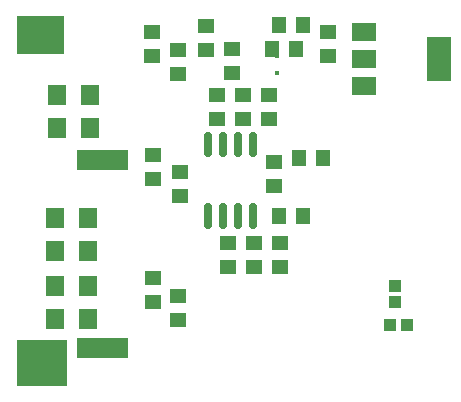
<source format=gbp>
G04 Layer: BottomPasteMaskLayer*
G04 EasyEDA v5.9.41, Mon, 04 Feb 2019 09:10:30 GMT*
G04 f7da754788ad4d128d84d1fb51d08027*
G04 Gerber Generator version 0.2*
G04 Scale: 100 percent, Rotated: No, Reflected: No *
G04 Dimensions in millimeters *
G04 leading zeros omitted , absolute positions ,3 integer and 3 decimal *
%FSLAX33Y33*%
%MOMM*%
G90*
G71D02*

%ADD23R,1.160018X1.469898*%
%ADD27R,1.999996X1.499997*%
%ADD28R,1.469898X1.160018*%
%ADD29R,1.099998X0.999998*%
%ADD33R,1.999996X3.799992*%
%ADD35C,0.699999*%
%ADD39R,1.600200X1.800860*%
%ADD40R,0.398780X0.398780*%
%ADD41R,0.999998X1.099998*%

%LPD*%
G54D35*
G01X16258Y21185D02*
G01X16258Y19685D01*
G01X17528Y21185D02*
G01X17528Y19685D01*
G01X18798Y21185D02*
G01X18798Y19685D01*
G01X20068Y21185D02*
G01X20068Y19685D01*
G01X16258Y15140D02*
G01X16258Y13640D01*
G01X17528Y15140D02*
G01X17528Y13640D01*
G01X18798Y15140D02*
G01X18798Y13640D01*
G01X20068Y15140D02*
G01X20068Y13640D01*
G54D23*
G01X21656Y28503D03*
G01X23688Y28503D03*
G54D28*
G01X11455Y30002D03*
G01X11455Y27970D03*
G01X13728Y28425D03*
G01X13728Y26393D03*
G54D39*
G01X3314Y14202D03*
G01X6108Y14202D03*
G01X3439Y24601D03*
G01X6233Y24601D03*
G01X3444Y21819D03*
G01X6238Y21819D03*
G01X3317Y11405D03*
G01X6111Y11405D03*
G01X3314Y8487D03*
G01X6108Y8487D03*
G01X3317Y5690D03*
G01X6111Y5690D03*
G54D28*
G01X11572Y19532D03*
G01X11572Y17500D03*
G01X13858Y18135D03*
G01X13858Y16103D03*
G01X11569Y9121D03*
G01X11569Y7089D03*
G01X13731Y7594D03*
G01X13731Y5562D03*
G01X21359Y22600D03*
G01X21359Y24632D03*
G01X16957Y24599D03*
G01X16957Y22567D03*
G01X19159Y24599D03*
G01X19159Y22567D03*
G01X17958Y12100D03*
G01X17958Y10068D03*
G01X20160Y12098D03*
G01X20160Y10066D03*
G01X22357Y10101D03*
G01X22357Y12133D03*
G01X21856Y19001D03*
G01X21856Y16969D03*
G01X16055Y28402D03*
G01X16055Y30434D03*
G01X18257Y26499D03*
G01X18257Y28531D03*
G54D40*
G01X22053Y27915D03*
G01X22053Y26493D03*
G54D27*
G01X29455Y27701D03*
G01X29455Y30001D03*
G01X29455Y25401D03*
G54D33*
G01X35755Y27701D03*
G54D28*
G01X26357Y30001D03*
G01X26357Y27969D03*
G54D23*
G01X23957Y19301D03*
G01X25989Y19301D03*
G01X22258Y14401D03*
G01X24290Y14401D03*
G01X22255Y30600D03*
G01X24287Y30600D03*
G54D29*
G01X32057Y8500D03*
G01X32057Y7100D03*
G54D41*
G01X31657Y5201D03*
G01X33057Y5201D03*

%LPD*%
G36*
G01X55Y2D02*
G01X55Y3902D01*
G01X4256Y3902D01*
G01X4256Y2D01*
G01X55Y2D01*
G37*

%LPD*%
G36*
G01X55Y28102D02*
G01X55Y31302D01*
G01X4055Y31302D01*
G01X4055Y28102D01*
G01X55Y28102D01*
G37*

%LPD*%
G36*
G01X9455Y18302D02*
G01X5155Y18302D01*
G01X5155Y20002D01*
G01X9455Y20002D01*
G01X9455Y18302D01*
G37*

%LPD*%
G36*
G01X9455Y2402D02*
G01X5155Y2402D01*
G01X5155Y4102D01*
G01X9455Y4102D01*
G01X9455Y2402D01*
G37*
M00*
M02*

</source>
